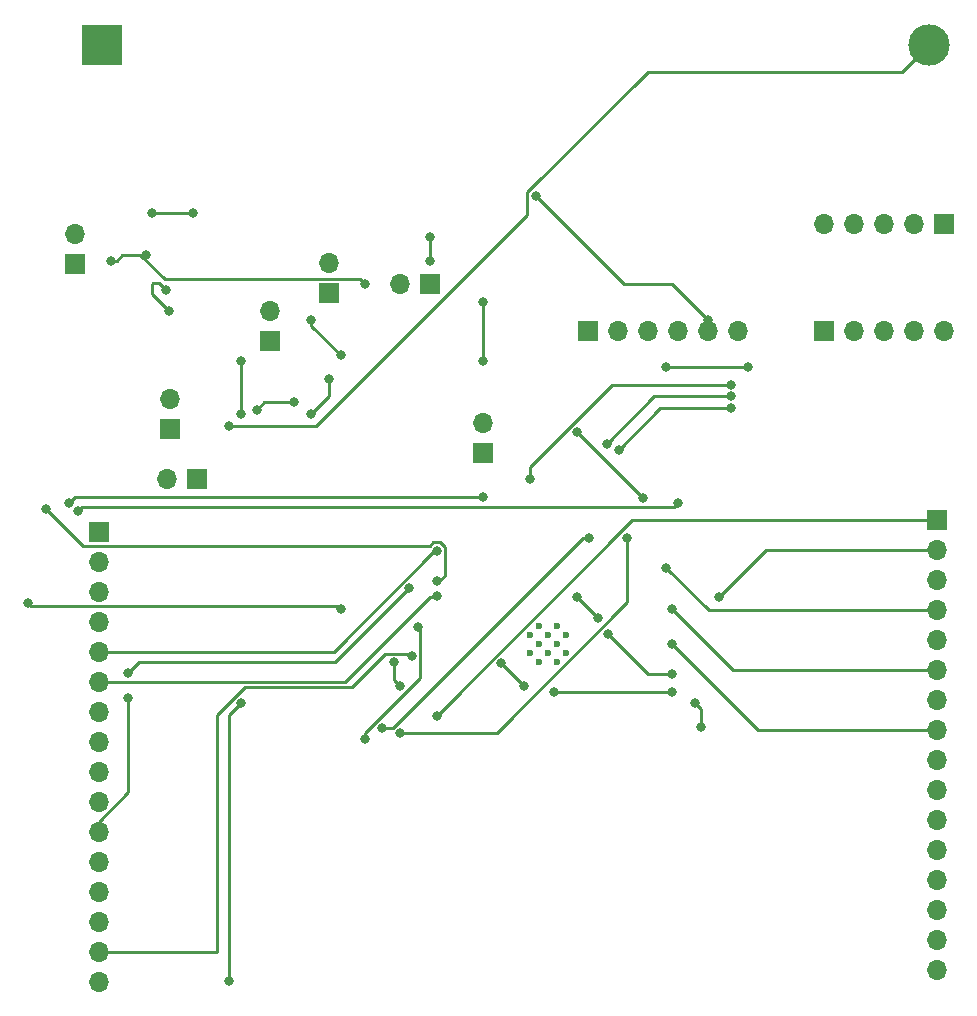
<source format=gbr>
%TF.GenerationSoftware,KiCad,Pcbnew,8.0.1*%
%TF.CreationDate,2024-04-05T23:37:32+02:00*%
%TF.ProjectId,power_system_board,706f7765-725f-4737-9973-74656d5f626f,rev?*%
%TF.SameCoordinates,Original*%
%TF.FileFunction,Copper,L2,Bot*%
%TF.FilePolarity,Positive*%
%FSLAX46Y46*%
G04 Gerber Fmt 4.6, Leading zero omitted, Abs format (unit mm)*
G04 Created by KiCad (PCBNEW 8.0.1) date 2024-04-05 23:37:32*
%MOMM*%
%LPD*%
G01*
G04 APERTURE LIST*
%TA.AperFunction,HeatsinkPad*%
%ADD10C,0.600000*%
%TD*%
%TA.AperFunction,ComponentPad*%
%ADD11R,1.700000X1.700000*%
%TD*%
%TA.AperFunction,ComponentPad*%
%ADD12O,1.700000X1.700000*%
%TD*%
%TA.AperFunction,ComponentPad*%
%ADD13C,3.500000*%
%TD*%
%TA.AperFunction,ComponentPad*%
%ADD14R,3.500000X3.500000*%
%TD*%
%TA.AperFunction,ViaPad*%
%ADD15C,0.800000*%
%TD*%
%TA.AperFunction,Conductor*%
%ADD16C,0.250000*%
%TD*%
G04 APERTURE END LIST*
D10*
%TO.P,U2,39,GND*%
%TO.N,GND*%
X120000000Y-107712500D03*
X120000000Y-109237500D03*
X120762500Y-106950000D03*
X120762500Y-108475000D03*
X120762500Y-110000000D03*
X121525000Y-107712500D03*
X121525000Y-109237500D03*
X122287500Y-106950000D03*
X122287500Y-108475000D03*
X122287500Y-110000000D03*
X123050000Y-107712500D03*
X123050000Y-109237500D03*
%TD*%
D11*
%TO.P,J12,1,Pin_1*%
%TO.N,+3V3*%
X116000000Y-92275000D03*
D12*
%TO.P,J12,2,Pin_2*%
%TO.N,Net-(J12-Pin_2)*%
X116000000Y-89735000D03*
%TD*%
D11*
%TO.P,J11,1,Pin_1*%
%TO.N,Net-(J11-Pin_1)*%
X111540000Y-78000000D03*
D12*
%TO.P,J11,2,Pin_2*%
%TO.N,+BATT*%
X109000000Y-78000000D03*
%TD*%
D11*
%TO.P,J10,1,Pin_1*%
%TO.N,+BATT*%
X124880000Y-82000000D03*
D12*
%TO.P,J10,2,Pin_2*%
%TO.N,-BATT*%
X127420000Y-82000000D03*
%TO.P,J10,3,Pin_3*%
%TO.N,VBUS*%
X129960000Y-82000000D03*
%TO.P,J10,4,Pin_4*%
%TO.N,+3V3*%
X132500000Y-82000000D03*
%TO.P,J10,5,Pin_5*%
%TO.N,GND*%
X135040000Y-82000000D03*
%TO.P,J10,6,Pin_6*%
X137580000Y-82000000D03*
%TD*%
%TO.P,J9,16,Pin_16*%
%TO.N,/EN_ESP*%
X154500000Y-136100000D03*
%TO.P,J9,15,Pin_15*%
%TO.N,+3V3*%
X154500000Y-133560000D03*
%TO.P,J9,14,Pin_14*%
%TO.N,/CMD*%
X154500000Y-131020000D03*
%TO.P,J9,13,Pin_13*%
%TO.N,/CLK*%
X154500000Y-128480000D03*
%TO.P,J9,12,Pin_12*%
%TO.N,/SD3*%
X154500000Y-125940000D03*
%TO.P,J9,11,Pin_11*%
%TO.N,/SD2*%
X154500000Y-123400000D03*
%TO.P,J9,10,Pin_10*%
%TO.N,/SD1*%
X154500000Y-120860000D03*
%TO.P,J9,9,Pin_9*%
%TO.N,/SD0*%
X154500000Y-118320000D03*
%TO.P,J9,8,Pin_8*%
%TO.N,/IO35*%
X154500000Y-115780000D03*
%TO.P,J9,7,Pin_7*%
%TO.N,/IO34*%
X154500000Y-113240000D03*
%TO.P,J9,6,Pin_6*%
%TO.N,/IO33*%
X154500000Y-110700000D03*
%TO.P,J9,5,Pin_5*%
%TO.N,/IO32*%
X154500000Y-108160000D03*
%TO.P,J9,4,Pin_4*%
%TO.N,/IO27*%
X154500000Y-105620000D03*
%TO.P,J9,3,Pin_3*%
%TO.N,/IO26*%
X154500000Y-103080000D03*
%TO.P,J9,2,Pin_2*%
%TO.N,/IO25*%
X154500000Y-100540000D03*
D11*
%TO.P,J9,1,Pin_1*%
%TO.N,/IO23*%
X154500000Y-98000000D03*
%TD*%
%TO.P,J8,1,Pin_1*%
%TO.N,/IO0*%
X83500000Y-98960000D03*
D12*
%TO.P,J8,2,Pin_2*%
%TO.N,/IO1*%
X83500000Y-101500000D03*
%TO.P,J8,3,Pin_3*%
%TO.N,/IO2*%
X83500000Y-104040000D03*
%TO.P,J8,4,Pin_4*%
%TO.N,/IO3*%
X83500000Y-106580000D03*
%TO.P,J8,5,Pin_5*%
%TO.N,/IO4*%
X83500000Y-109120000D03*
%TO.P,J8,6,Pin_6*%
%TO.N,/IO5*%
X83500000Y-111660000D03*
%TO.P,J8,7,Pin_7*%
%TO.N,/IO12*%
X83500000Y-114200000D03*
%TO.P,J8,8,Pin_8*%
%TO.N,/IO13*%
X83500000Y-116740000D03*
%TO.P,J8,9,Pin_9*%
%TO.N,/IO14*%
X83500000Y-119280000D03*
%TO.P,J8,10,Pin_10*%
%TO.N,/IO15*%
X83500000Y-121820000D03*
%TO.P,J8,11,Pin_11*%
%TO.N,/IO16*%
X83500000Y-124360000D03*
%TO.P,J8,12,Pin_12*%
%TO.N,/IO17*%
X83500000Y-126900000D03*
%TO.P,J8,13,Pin_13*%
%TO.N,/IO18*%
X83500000Y-129440000D03*
%TO.P,J8,14,Pin_14*%
%TO.N,/IO19*%
X83500000Y-131980000D03*
%TO.P,J8,15,Pin_15*%
%TO.N,/IO21*%
X83500000Y-134520000D03*
%TO.P,J8,16,Pin_16*%
%TO.N,/IO22*%
X83500000Y-137060000D03*
%TD*%
D11*
%TO.P,J7,1,Pin_1*%
%TO.N,GND*%
X91775000Y-94500000D03*
D12*
%TO.P,J7,2,Pin_2*%
%TO.N,Net-(BT1--)*%
X89235000Y-94500000D03*
%TD*%
D11*
%TO.P,J6,1,Pin_1*%
%TO.N,-BATT*%
X98000000Y-82775000D03*
D12*
%TO.P,J6,2,Pin_2*%
%TO.N,Net-(J5-Pin_1)*%
X98000000Y-80235000D03*
%TD*%
D11*
%TO.P,J5,1,Pin_1*%
%TO.N,Net-(J5-Pin_1)*%
X103000000Y-78775000D03*
D12*
%TO.P,J5,2,Pin_2*%
%TO.N,GND*%
X103000000Y-76235000D03*
%TD*%
D11*
%TO.P,J4,1,Pin_1*%
%TO.N,+BATT*%
X81500000Y-76275000D03*
D12*
%TO.P,J4,2,Pin_2*%
%TO.N,Net-(BT1-+)*%
X81500000Y-73735000D03*
%TD*%
D11*
%TO.P,J3,1,Pin_1*%
%TO.N,Net-(BT1--)*%
X89500000Y-90275000D03*
D12*
%TO.P,J3,2,Pin_2*%
%TO.N,-BATT*%
X89500000Y-87735000D03*
%TD*%
D11*
%TO.P,J2,1,Pin_1*%
%TO.N,/Shield*%
X155045000Y-72942500D03*
D12*
%TO.P,J2,2,Pin_2*%
%TO.N,/ID*%
X152505000Y-72942500D03*
%TO.P,J2,3,Pin_3*%
%TO.N,/D-*%
X149965000Y-72942500D03*
%TO.P,J2,4,Pin_4*%
%TO.N,/D+*%
X147425000Y-72942500D03*
%TO.P,J2,5,Pin_5*%
%TO.N,VBUS*%
X144885000Y-72942500D03*
%TD*%
%TO.P,J1,5,Pin_5*%
%TO.N,/Shield*%
X155085000Y-82000000D03*
%TO.P,J1,4,Pin_4*%
%TO.N,/ID*%
X152545000Y-82000000D03*
%TO.P,J1,3,Pin_3*%
%TO.N,/D-*%
X150005000Y-82000000D03*
%TO.P,J1,2,Pin_2*%
%TO.N,/D+*%
X147465000Y-82000000D03*
D11*
%TO.P,J1,1,Pin_1*%
%TO.N,VBUS*%
X144925000Y-82000000D03*
%TD*%
D13*
%TO.P,BT1,2,-*%
%TO.N,Net-(BT1--)*%
X153742500Y-57735000D03*
D14*
%TO.P,BT1,1,+*%
%TO.N,Net-(BT1-+)*%
X83742500Y-57735000D03*
%TD*%
D15*
%TO.N,-BATT*%
X95500000Y-84500000D03*
X95500000Y-89000000D03*
%TO.N,/IO18*%
X104000000Y-105500000D03*
X77500000Y-105000000D03*
%TO.N,/IO17*%
X79000000Y-97000000D03*
X112095000Y-103115000D03*
%TO.N,/IO16*%
X109762653Y-103762653D03*
X86000000Y-110935000D03*
X86000000Y-113000000D03*
%TO.N,/IO13*%
X107512652Y-115537958D03*
X125000000Y-99500000D03*
%TO.N,/SD0*%
X124000000Y-104500000D03*
X132000000Y-111000000D03*
X126598345Y-107598345D03*
X125762653Y-106262653D03*
%TO.N,/SD1*%
X122000000Y-112500000D03*
X132000000Y-112500000D03*
X119500000Y-112000000D03*
X117582653Y-110082653D03*
%TO.N,/SD2*%
X137000000Y-88500000D03*
X127500000Y-92000000D03*
%TO.N,/SD3*%
X126500000Y-91500000D03*
X137000000Y-87500000D03*
%TO.N,/CLK*%
X120000000Y-94500000D03*
X137000000Y-86500000D03*
%TO.N,/CMD*%
X131500000Y-85000000D03*
X138500000Y-85000000D03*
%TO.N,/IO14*%
X81707108Y-97207108D03*
X132500000Y-96500000D03*
%TO.N,/IO15*%
X116000000Y-96000000D03*
X81000000Y-96500000D03*
%TO.N,/IO19*%
X106000000Y-116500000D03*
X110500000Y-107000000D03*
%TO.N,/IO21*%
X110000000Y-109500000D03*
%TO.N,/IO22*%
X94500000Y-137000000D03*
X95500000Y-113475000D03*
%TO.N,/IO12*%
X109000000Y-116000000D03*
X128225000Y-99500000D03*
%TO.N,/IO1*%
X109000000Y-112000000D03*
X108500000Y-110000000D03*
%TO.N,+3V3*%
X124000000Y-90500000D03*
X129567653Y-96067653D03*
%TO.N,/EN_ESP*%
X134500000Y-115500000D03*
X134000000Y-113500000D03*
%TO.N,/IO35*%
X132000000Y-108500000D03*
%TO.N,/IO33*%
X132000000Y-105500000D03*
%TO.N,/IO25*%
X136000000Y-104500000D03*
%TO.N,/IO27*%
X131500000Y-102000000D03*
%TO.N,/IO23*%
X112095000Y-114545000D03*
%TO.N,/IO5*%
X112095000Y-104385000D03*
%TO.N,/IO4*%
X112095000Y-100575000D03*
%TO.N,Net-(J5-Pin_1)*%
X101500000Y-81000000D03*
X104000000Y-84000000D03*
%TO.N,+BATT*%
X89461112Y-80275000D03*
X89150000Y-78500000D03*
%TO.N,Net-(Q1-S)*%
X103000000Y-86000000D03*
X101500000Y-89000000D03*
%TO.N,Net-(Q1-G)*%
X96887346Y-88612653D03*
X100000000Y-88000000D03*
%TO.N,Net-(BT1--)*%
X94500000Y-90000000D03*
%TO.N,Net-(J12-Pin_2)*%
X116000000Y-84500000D03*
X116000000Y-79500000D03*
%TO.N,+BATT*%
X106000000Y-78000000D03*
%TO.N,GND*%
X120500000Y-70500000D03*
X135040000Y-81000000D03*
%TO.N,Net-(J11-Pin_1)*%
X111500000Y-74000000D03*
X111500000Y-76000000D03*
%TO.N,+BATT*%
X87500000Y-75500000D03*
X84500000Y-76000000D03*
%TO.N,Net-(U1-PROG)*%
X91500000Y-72000000D03*
X88000000Y-72000000D03*
%TD*%
D16*
%TO.N,-BATT*%
X95500000Y-88500000D02*
X95500000Y-84500000D01*
X95500000Y-89000000D02*
X95500000Y-88500000D01*
%TO.N,/IO18*%
X103715000Y-105215000D02*
X104000000Y-105500000D01*
X77715000Y-105215000D02*
X103715000Y-105215000D01*
X77500000Y-105000000D02*
X77715000Y-105215000D01*
%TO.N,/IO17*%
X111794695Y-99850000D02*
X112395305Y-99850000D01*
X112820000Y-100274695D02*
X112820000Y-102680000D01*
X79000000Y-97000000D02*
X82135000Y-100135000D01*
X111509695Y-100135000D02*
X111794695Y-99850000D01*
X112395305Y-99850000D02*
X112820000Y-100274695D01*
X82135000Y-100135000D02*
X111509695Y-100135000D01*
X112820000Y-102680000D02*
X112500000Y-103000000D01*
X112500000Y-103000000D02*
X112210000Y-103000000D01*
X112210000Y-103000000D02*
X112095000Y-103115000D01*
%TO.N,/IO16*%
X109762653Y-103762653D02*
X109737347Y-103762653D01*
X109737347Y-103762653D02*
X103489013Y-110010987D01*
X103489013Y-110010987D02*
X86924013Y-110010987D01*
X86924013Y-110010987D02*
X86000000Y-110935000D01*
X86000000Y-121000000D02*
X86000000Y-113000000D01*
X83500000Y-123500000D02*
X86000000Y-121000000D01*
X83500000Y-124360000D02*
X83500000Y-123500000D01*
%TO.N,/IO13*%
X124474695Y-99500000D02*
X125000000Y-99500000D01*
X107512652Y-115537958D02*
X108436737Y-115537958D01*
X108436737Y-115537958D02*
X124474695Y-99500000D01*
%TO.N,/IO19*%
X110725000Y-111300305D02*
X110725000Y-107225000D01*
X106000000Y-116500000D02*
X106000000Y-116025305D01*
X106000000Y-116025305D02*
X110725000Y-111300305D01*
X110725000Y-107225000D02*
X110500000Y-107000000D01*
%TO.N,/SD0*%
X130000000Y-111000000D02*
X126598345Y-107598345D01*
X132000000Y-111000000D02*
X130000000Y-111000000D01*
X125762653Y-106262653D02*
X124000000Y-104500000D01*
%TO.N,/SD1*%
X132000000Y-112500000D02*
X122000000Y-112500000D01*
X119500000Y-112000000D02*
X117582653Y-110082653D01*
%TO.N,/SD2*%
X137000000Y-88500000D02*
X131000000Y-88500000D01*
X131000000Y-88500000D02*
X127500000Y-92000000D01*
%TO.N,/SD3*%
X130500000Y-87500000D02*
X126500000Y-91500000D01*
X137000000Y-87500000D02*
X130500000Y-87500000D01*
%TO.N,/CLK*%
X120000000Y-93474695D02*
X120000000Y-94500000D01*
X126974695Y-86500000D02*
X120000000Y-93474695D01*
X137000000Y-86500000D02*
X126974695Y-86500000D01*
%TO.N,/CMD*%
X138500000Y-85000000D02*
X131500000Y-85000000D01*
%TO.N,GND*%
X135040000Y-81000000D02*
X132040000Y-78000000D01*
X132040000Y-78000000D02*
X128000000Y-78000000D01*
X128000000Y-78000000D02*
X120500000Y-70500000D01*
%TO.N,/IO14*%
X82089216Y-96825000D02*
X132175000Y-96825000D01*
X132175000Y-96825000D02*
X132500000Y-96500000D01*
X81707108Y-97207108D02*
X82089216Y-96825000D01*
%TO.N,/IO15*%
X81500000Y-96000000D02*
X116000000Y-96000000D01*
X81000000Y-96500000D02*
X81500000Y-96000000D01*
%TO.N,/IO21*%
X109775000Y-109275000D02*
X110000000Y-109500000D01*
X107725000Y-109275000D02*
X109775000Y-109275000D01*
X93500000Y-114449695D02*
X95839695Y-112110000D01*
X104890000Y-112110000D02*
X107725000Y-109275000D01*
X93500000Y-134500000D02*
X93500000Y-114449695D01*
X83500000Y-134520000D02*
X93480000Y-134520000D01*
X95839695Y-112110000D02*
X104890000Y-112110000D01*
X93480000Y-134520000D02*
X93500000Y-134500000D01*
%TO.N,/IO22*%
X94500000Y-114475000D02*
X94500000Y-137000000D01*
X95500000Y-113475000D02*
X94500000Y-114475000D01*
%TO.N,/IO12*%
X109000000Y-116000000D02*
X117171384Y-116000000D01*
X117171384Y-116000000D02*
X128225000Y-104946384D01*
X128225000Y-104946384D02*
X128225000Y-99500000D01*
%TO.N,/IO1*%
X108500000Y-111500000D02*
X109000000Y-112000000D01*
X108500000Y-110000000D02*
X108500000Y-111500000D01*
%TO.N,+3V3*%
X129567653Y-96067653D02*
X124000000Y-90500000D01*
%TO.N,/EN_ESP*%
X134500000Y-115500000D02*
X134500000Y-114000000D01*
X134500000Y-114000000D02*
X134000000Y-113500000D01*
%TO.N,/IO35*%
X139280000Y-115780000D02*
X132000000Y-108500000D01*
X154500000Y-115780000D02*
X139280000Y-115780000D01*
%TO.N,/IO33*%
X137200000Y-110700000D02*
X132000000Y-105500000D01*
X154500000Y-110700000D02*
X137200000Y-110700000D01*
%TO.N,/IO25*%
X139960000Y-100540000D02*
X136000000Y-104500000D01*
X154500000Y-100540000D02*
X139960000Y-100540000D01*
%TO.N,/IO27*%
X135120000Y-105620000D02*
X131500000Y-102000000D01*
X154500000Y-105620000D02*
X135120000Y-105620000D01*
%TO.N,/IO23*%
X154500000Y-98000000D02*
X128640000Y-98000000D01*
X128640000Y-98000000D02*
X112095000Y-114545000D01*
%TO.N,/IO5*%
X104340000Y-111660000D02*
X111500000Y-104500000D01*
X83500000Y-111660000D02*
X104340000Y-111660000D01*
X111500000Y-104500000D02*
X111980000Y-104500000D01*
X111980000Y-104500000D02*
X112095000Y-104385000D01*
%TO.N,/IO4*%
X103380000Y-109120000D02*
X112000000Y-100500000D01*
X83500000Y-109120000D02*
X103380000Y-109120000D01*
X112000000Y-100500000D02*
X112020000Y-100500000D01*
X112020000Y-100500000D02*
X112095000Y-100575000D01*
%TO.N,Net-(J5-Pin_1)*%
X101500000Y-81500000D02*
X101500000Y-81000000D01*
X104000000Y-84000000D02*
X101500000Y-81500000D01*
%TO.N,+BATT*%
X88000000Y-78813888D02*
X88000000Y-78000000D01*
X89461112Y-80275000D02*
X88000000Y-78813888D01*
X88000000Y-78000000D02*
X88065103Y-77934897D01*
X88065103Y-77934897D02*
X88584897Y-77934897D01*
X88584897Y-77934897D02*
X89150000Y-78500000D01*
%TO.N,Net-(Q1-S)*%
X101500000Y-89000000D02*
X103000000Y-87500000D01*
X103000000Y-87500000D02*
X103000000Y-86000000D01*
%TO.N,Net-(Q1-G)*%
X97499999Y-88000000D02*
X100000000Y-88000000D01*
X96887346Y-88612653D02*
X97499999Y-88000000D01*
%TO.N,Net-(BT1--)*%
X119775000Y-72115000D02*
X119775000Y-70199695D01*
X129974695Y-60000000D02*
X151477500Y-60000000D01*
X94500000Y-90000000D02*
X101890000Y-90000000D01*
X101890000Y-90000000D02*
X119775000Y-72115000D01*
X119775000Y-70199695D02*
X129974695Y-60000000D01*
X151477500Y-60000000D02*
X153742500Y-57735000D01*
%TO.N,Net-(J12-Pin_2)*%
X116000000Y-84500000D02*
X116000000Y-79500000D01*
%TO.N,+BATT*%
X89100000Y-77600000D02*
X87000000Y-75500000D01*
X85500000Y-75500000D02*
X87000000Y-75500000D01*
X87000000Y-75500000D02*
X87500000Y-75500000D01*
X106000000Y-78000000D02*
X105600000Y-77600000D01*
X105600000Y-77600000D02*
X89100000Y-77600000D01*
%TO.N,Net-(J11-Pin_1)*%
X111500000Y-76000000D02*
X111500000Y-74000000D01*
%TO.N,+BATT*%
X84500000Y-76000000D02*
X85000000Y-76000000D01*
X85000000Y-76000000D02*
X85500000Y-75500000D01*
%TO.N,Net-(U1-PROG)*%
X88000000Y-72000000D02*
X91500000Y-72000000D01*
%TD*%
M02*

</source>
